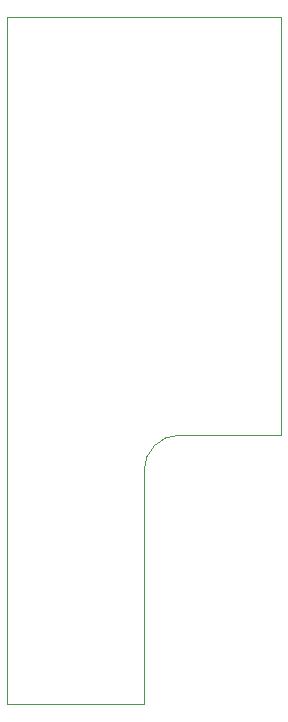
<source format=gm1>
G04 #@! TF.GenerationSoftware,KiCad,Pcbnew,5.1.6*
G04 #@! TF.CreationDate,2020-08-28T18:33:43+02:00*
G04 #@! TF.ProjectId,a1200_pwr,61313230-305f-4707-9772-2e6b69636164,1*
G04 #@! TF.SameCoordinates,Original*
G04 #@! TF.FileFunction,Profile,NP*
%FSLAX46Y46*%
G04 Gerber Fmt 4.6, Leading zero omitted, Abs format (unit mm)*
G04 Created by KiCad (PCBNEW 5.1.6) date 2020-08-28 18:33:43*
%MOMM*%
%LPD*%
G01*
G04 APERTURE LIST*
G04 #@! TA.AperFunction,Profile*
%ADD10C,0.050000*%
G04 #@! TD*
G04 APERTURE END LIST*
D10*
X148452000Y-95994000D02*
G75*
G03*
X145452000Y-98994000I0J-3000000D01*
G01*
X133852000Y-118804400D02*
X145452000Y-118804400D01*
X145452000Y-98994000D02*
X145452000Y-118804400D01*
X148452000Y-95994000D02*
X157002000Y-95994000D01*
X157002000Y-95994000D02*
X157002000Y-60604400D01*
X133852000Y-60604400D02*
X157002000Y-60604400D01*
X133852000Y-118804400D02*
X133852000Y-60604400D01*
M02*

</source>
